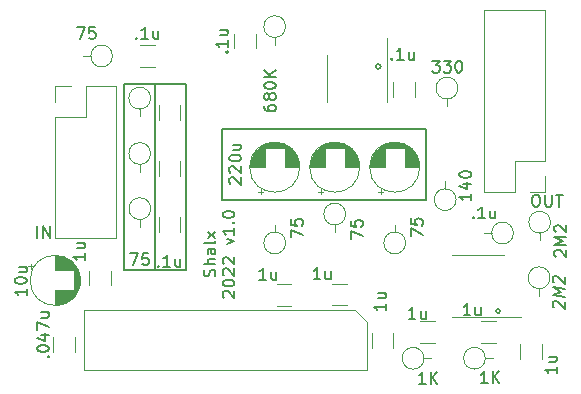
<source format=gbr>
%TF.GenerationSoftware,KiCad,Pcbnew,7.0.7*%
%TF.CreationDate,2024-03-26T11:27:05-06:00*%
%TF.ProjectId,rgb2comp,72676232-636f-46d7-902e-6b696361645f,1.0*%
%TF.SameCoordinates,Original*%
%TF.FileFunction,Legend,Top*%
%TF.FilePolarity,Positive*%
%FSLAX46Y46*%
G04 Gerber Fmt 4.6, Leading zero omitted, Abs format (unit mm)*
G04 Created by KiCad (PCBNEW 7.0.7) date 2024-03-26 11:27:05*
%MOMM*%
%LPD*%
G01*
G04 APERTURE LIST*
%ADD10C,0.150000*%
%ADD11C,0.120000*%
G04 APERTURE END LIST*
D10*
X135250000Y-98700000D02*
X135250000Y-82900000D01*
X164479605Y-102150000D02*
G75*
G03*
X164479605Y-102150000I-179605J0D01*
G01*
X132684000Y-82899500D02*
X137935000Y-82899500D01*
X137935000Y-98702500D01*
X132684000Y-98702500D01*
X132684000Y-82899500D01*
X154399998Y-81445500D02*
G75*
G03*
X154399998Y-81445500I-199998J0D01*
G01*
X140970000Y-86779500D02*
X158242000Y-86779500D01*
X158242000Y-92748500D01*
X140970000Y-92748500D01*
X140970000Y-86779500D01*
X124404819Y-100242857D02*
X124404819Y-100814285D01*
X124404819Y-100528571D02*
X123404819Y-100528571D01*
X123404819Y-100528571D02*
X123547676Y-100623809D01*
X123547676Y-100623809D02*
X123642914Y-100719047D01*
X123642914Y-100719047D02*
X123690533Y-100814285D01*
X123404819Y-99623809D02*
X123404819Y-99528571D01*
X123404819Y-99528571D02*
X123452438Y-99433333D01*
X123452438Y-99433333D02*
X123500057Y-99385714D01*
X123500057Y-99385714D02*
X123595295Y-99338095D01*
X123595295Y-99338095D02*
X123785771Y-99290476D01*
X123785771Y-99290476D02*
X124023866Y-99290476D01*
X124023866Y-99290476D02*
X124214342Y-99338095D01*
X124214342Y-99338095D02*
X124309580Y-99385714D01*
X124309580Y-99385714D02*
X124357200Y-99433333D01*
X124357200Y-99433333D02*
X124404819Y-99528571D01*
X124404819Y-99528571D02*
X124404819Y-99623809D01*
X124404819Y-99623809D02*
X124357200Y-99719047D01*
X124357200Y-99719047D02*
X124309580Y-99766666D01*
X124309580Y-99766666D02*
X124214342Y-99814285D01*
X124214342Y-99814285D02*
X124023866Y-99861904D01*
X124023866Y-99861904D02*
X123785771Y-99861904D01*
X123785771Y-99861904D02*
X123595295Y-99814285D01*
X123595295Y-99814285D02*
X123500057Y-99766666D01*
X123500057Y-99766666D02*
X123452438Y-99719047D01*
X123452438Y-99719047D02*
X123404819Y-99623809D01*
X123738152Y-98433333D02*
X124404819Y-98433333D01*
X123738152Y-98861904D02*
X124261961Y-98861904D01*
X124261961Y-98861904D02*
X124357200Y-98814285D01*
X124357200Y-98814285D02*
X124404819Y-98719047D01*
X124404819Y-98719047D02*
X124404819Y-98576190D01*
X124404819Y-98576190D02*
X124357200Y-98480952D01*
X124357200Y-98480952D02*
X124309580Y-98433333D01*
X141663057Y-91390975D02*
X141615438Y-91343356D01*
X141615438Y-91343356D02*
X141567819Y-91248118D01*
X141567819Y-91248118D02*
X141567819Y-91010023D01*
X141567819Y-91010023D02*
X141615438Y-90914785D01*
X141615438Y-90914785D02*
X141663057Y-90867166D01*
X141663057Y-90867166D02*
X141758295Y-90819547D01*
X141758295Y-90819547D02*
X141853533Y-90819547D01*
X141853533Y-90819547D02*
X141996390Y-90867166D01*
X141996390Y-90867166D02*
X142567819Y-91438594D01*
X142567819Y-91438594D02*
X142567819Y-90819547D01*
X141663057Y-90438594D02*
X141615438Y-90390975D01*
X141615438Y-90390975D02*
X141567819Y-90295737D01*
X141567819Y-90295737D02*
X141567819Y-90057642D01*
X141567819Y-90057642D02*
X141615438Y-89962404D01*
X141615438Y-89962404D02*
X141663057Y-89914785D01*
X141663057Y-89914785D02*
X141758295Y-89867166D01*
X141758295Y-89867166D02*
X141853533Y-89867166D01*
X141853533Y-89867166D02*
X141996390Y-89914785D01*
X141996390Y-89914785D02*
X142567819Y-90486213D01*
X142567819Y-90486213D02*
X142567819Y-89867166D01*
X141567819Y-89248118D02*
X141567819Y-89152880D01*
X141567819Y-89152880D02*
X141615438Y-89057642D01*
X141615438Y-89057642D02*
X141663057Y-89010023D01*
X141663057Y-89010023D02*
X141758295Y-88962404D01*
X141758295Y-88962404D02*
X141948771Y-88914785D01*
X141948771Y-88914785D02*
X142186866Y-88914785D01*
X142186866Y-88914785D02*
X142377342Y-88962404D01*
X142377342Y-88962404D02*
X142472580Y-89010023D01*
X142472580Y-89010023D02*
X142520200Y-89057642D01*
X142520200Y-89057642D02*
X142567819Y-89152880D01*
X142567819Y-89152880D02*
X142567819Y-89248118D01*
X142567819Y-89248118D02*
X142520200Y-89343356D01*
X142520200Y-89343356D02*
X142472580Y-89390975D01*
X142472580Y-89390975D02*
X142377342Y-89438594D01*
X142377342Y-89438594D02*
X142186866Y-89486213D01*
X142186866Y-89486213D02*
X141948771Y-89486213D01*
X141948771Y-89486213D02*
X141758295Y-89438594D01*
X141758295Y-89438594D02*
X141663057Y-89390975D01*
X141663057Y-89390975D02*
X141615438Y-89343356D01*
X141615438Y-89343356D02*
X141567819Y-89248118D01*
X141901152Y-88057642D02*
X142567819Y-88057642D01*
X141901152Y-88486213D02*
X142424961Y-88486213D01*
X142424961Y-88486213D02*
X142520200Y-88438594D01*
X142520200Y-88438594D02*
X142567819Y-88343356D01*
X142567819Y-88343356D02*
X142567819Y-88200499D01*
X142567819Y-88200499D02*
X142520200Y-88105261D01*
X142520200Y-88105261D02*
X142472580Y-88057642D01*
X133190476Y-97254819D02*
X133857142Y-97254819D01*
X133857142Y-97254819D02*
X133428571Y-98254819D01*
X134714285Y-97254819D02*
X134238095Y-97254819D01*
X134238095Y-97254819D02*
X134190476Y-97731009D01*
X134190476Y-97731009D02*
X134238095Y-97683390D01*
X134238095Y-97683390D02*
X134333333Y-97635771D01*
X134333333Y-97635771D02*
X134571428Y-97635771D01*
X134571428Y-97635771D02*
X134666666Y-97683390D01*
X134666666Y-97683390D02*
X134714285Y-97731009D01*
X134714285Y-97731009D02*
X134761904Y-97826247D01*
X134761904Y-97826247D02*
X134761904Y-98064342D01*
X134761904Y-98064342D02*
X134714285Y-98159580D01*
X134714285Y-98159580D02*
X134666666Y-98207200D01*
X134666666Y-98207200D02*
X134571428Y-98254819D01*
X134571428Y-98254819D02*
X134333333Y-98254819D01*
X134333333Y-98254819D02*
X134238095Y-98207200D01*
X134238095Y-98207200D02*
X134190476Y-98159580D01*
X167450000Y-92304819D02*
X167640476Y-92304819D01*
X167640476Y-92304819D02*
X167735714Y-92352438D01*
X167735714Y-92352438D02*
X167830952Y-92447676D01*
X167830952Y-92447676D02*
X167878571Y-92638152D01*
X167878571Y-92638152D02*
X167878571Y-92971485D01*
X167878571Y-92971485D02*
X167830952Y-93161961D01*
X167830952Y-93161961D02*
X167735714Y-93257200D01*
X167735714Y-93257200D02*
X167640476Y-93304819D01*
X167640476Y-93304819D02*
X167450000Y-93304819D01*
X167450000Y-93304819D02*
X167354762Y-93257200D01*
X167354762Y-93257200D02*
X167259524Y-93161961D01*
X167259524Y-93161961D02*
X167211905Y-92971485D01*
X167211905Y-92971485D02*
X167211905Y-92638152D01*
X167211905Y-92638152D02*
X167259524Y-92447676D01*
X167259524Y-92447676D02*
X167354762Y-92352438D01*
X167354762Y-92352438D02*
X167450000Y-92304819D01*
X168307143Y-92304819D02*
X168307143Y-93114342D01*
X168307143Y-93114342D02*
X168354762Y-93209580D01*
X168354762Y-93209580D02*
X168402381Y-93257200D01*
X168402381Y-93257200D02*
X168497619Y-93304819D01*
X168497619Y-93304819D02*
X168688095Y-93304819D01*
X168688095Y-93304819D02*
X168783333Y-93257200D01*
X168783333Y-93257200D02*
X168830952Y-93209580D01*
X168830952Y-93209580D02*
X168878571Y-93114342D01*
X168878571Y-93114342D02*
X168878571Y-92304819D01*
X169211905Y-92304819D02*
X169783333Y-92304819D01*
X169497619Y-93304819D02*
X169497619Y-92304819D01*
X140352200Y-99207142D02*
X140399819Y-99064285D01*
X140399819Y-99064285D02*
X140399819Y-98826190D01*
X140399819Y-98826190D02*
X140352200Y-98730952D01*
X140352200Y-98730952D02*
X140304580Y-98683333D01*
X140304580Y-98683333D02*
X140209342Y-98635714D01*
X140209342Y-98635714D02*
X140114104Y-98635714D01*
X140114104Y-98635714D02*
X140018866Y-98683333D01*
X140018866Y-98683333D02*
X139971247Y-98730952D01*
X139971247Y-98730952D02*
X139923628Y-98826190D01*
X139923628Y-98826190D02*
X139876009Y-99016666D01*
X139876009Y-99016666D02*
X139828390Y-99111904D01*
X139828390Y-99111904D02*
X139780771Y-99159523D01*
X139780771Y-99159523D02*
X139685533Y-99207142D01*
X139685533Y-99207142D02*
X139590295Y-99207142D01*
X139590295Y-99207142D02*
X139495057Y-99159523D01*
X139495057Y-99159523D02*
X139447438Y-99111904D01*
X139447438Y-99111904D02*
X139399819Y-99016666D01*
X139399819Y-99016666D02*
X139399819Y-98778571D01*
X139399819Y-98778571D02*
X139447438Y-98635714D01*
X140399819Y-98207142D02*
X139399819Y-98207142D01*
X140399819Y-97778571D02*
X139876009Y-97778571D01*
X139876009Y-97778571D02*
X139780771Y-97826190D01*
X139780771Y-97826190D02*
X139733152Y-97921428D01*
X139733152Y-97921428D02*
X139733152Y-98064285D01*
X139733152Y-98064285D02*
X139780771Y-98159523D01*
X139780771Y-98159523D02*
X139828390Y-98207142D01*
X140399819Y-96873809D02*
X139876009Y-96873809D01*
X139876009Y-96873809D02*
X139780771Y-96921428D01*
X139780771Y-96921428D02*
X139733152Y-97016666D01*
X139733152Y-97016666D02*
X139733152Y-97207142D01*
X139733152Y-97207142D02*
X139780771Y-97302380D01*
X140352200Y-96873809D02*
X140399819Y-96969047D01*
X140399819Y-96969047D02*
X140399819Y-97207142D01*
X140399819Y-97207142D02*
X140352200Y-97302380D01*
X140352200Y-97302380D02*
X140256961Y-97349999D01*
X140256961Y-97349999D02*
X140161723Y-97349999D01*
X140161723Y-97349999D02*
X140066485Y-97302380D01*
X140066485Y-97302380D02*
X140018866Y-97207142D01*
X140018866Y-97207142D02*
X140018866Y-96969047D01*
X140018866Y-96969047D02*
X139971247Y-96873809D01*
X140399819Y-96254761D02*
X140352200Y-96349999D01*
X140352200Y-96349999D02*
X140256961Y-96397618D01*
X140256961Y-96397618D02*
X139399819Y-96397618D01*
X140399819Y-95969046D02*
X139733152Y-95445237D01*
X139733152Y-95969046D02*
X140399819Y-95445237D01*
X141105057Y-101016666D02*
X141057438Y-100969047D01*
X141057438Y-100969047D02*
X141009819Y-100873809D01*
X141009819Y-100873809D02*
X141009819Y-100635714D01*
X141009819Y-100635714D02*
X141057438Y-100540476D01*
X141057438Y-100540476D02*
X141105057Y-100492857D01*
X141105057Y-100492857D02*
X141200295Y-100445238D01*
X141200295Y-100445238D02*
X141295533Y-100445238D01*
X141295533Y-100445238D02*
X141438390Y-100492857D01*
X141438390Y-100492857D02*
X142009819Y-101064285D01*
X142009819Y-101064285D02*
X142009819Y-100445238D01*
X141009819Y-99826190D02*
X141009819Y-99730952D01*
X141009819Y-99730952D02*
X141057438Y-99635714D01*
X141057438Y-99635714D02*
X141105057Y-99588095D01*
X141105057Y-99588095D02*
X141200295Y-99540476D01*
X141200295Y-99540476D02*
X141390771Y-99492857D01*
X141390771Y-99492857D02*
X141628866Y-99492857D01*
X141628866Y-99492857D02*
X141819342Y-99540476D01*
X141819342Y-99540476D02*
X141914580Y-99588095D01*
X141914580Y-99588095D02*
X141962200Y-99635714D01*
X141962200Y-99635714D02*
X142009819Y-99730952D01*
X142009819Y-99730952D02*
X142009819Y-99826190D01*
X142009819Y-99826190D02*
X141962200Y-99921428D01*
X141962200Y-99921428D02*
X141914580Y-99969047D01*
X141914580Y-99969047D02*
X141819342Y-100016666D01*
X141819342Y-100016666D02*
X141628866Y-100064285D01*
X141628866Y-100064285D02*
X141390771Y-100064285D01*
X141390771Y-100064285D02*
X141200295Y-100016666D01*
X141200295Y-100016666D02*
X141105057Y-99969047D01*
X141105057Y-99969047D02*
X141057438Y-99921428D01*
X141057438Y-99921428D02*
X141009819Y-99826190D01*
X141105057Y-99111904D02*
X141057438Y-99064285D01*
X141057438Y-99064285D02*
X141009819Y-98969047D01*
X141009819Y-98969047D02*
X141009819Y-98730952D01*
X141009819Y-98730952D02*
X141057438Y-98635714D01*
X141057438Y-98635714D02*
X141105057Y-98588095D01*
X141105057Y-98588095D02*
X141200295Y-98540476D01*
X141200295Y-98540476D02*
X141295533Y-98540476D01*
X141295533Y-98540476D02*
X141438390Y-98588095D01*
X141438390Y-98588095D02*
X142009819Y-99159523D01*
X142009819Y-99159523D02*
X142009819Y-98540476D01*
X141105057Y-98159523D02*
X141057438Y-98111904D01*
X141057438Y-98111904D02*
X141009819Y-98016666D01*
X141009819Y-98016666D02*
X141009819Y-97778571D01*
X141009819Y-97778571D02*
X141057438Y-97683333D01*
X141057438Y-97683333D02*
X141105057Y-97635714D01*
X141105057Y-97635714D02*
X141200295Y-97588095D01*
X141200295Y-97588095D02*
X141295533Y-97588095D01*
X141295533Y-97588095D02*
X141438390Y-97635714D01*
X141438390Y-97635714D02*
X142009819Y-98207142D01*
X142009819Y-98207142D02*
X142009819Y-97588095D01*
X141343152Y-96492856D02*
X142009819Y-96254761D01*
X142009819Y-96254761D02*
X141343152Y-96016666D01*
X142009819Y-95111904D02*
X142009819Y-95683332D01*
X142009819Y-95397618D02*
X141009819Y-95397618D01*
X141009819Y-95397618D02*
X141152676Y-95492856D01*
X141152676Y-95492856D02*
X141247914Y-95588094D01*
X141247914Y-95588094D02*
X141295533Y-95683332D01*
X141914580Y-94683332D02*
X141962200Y-94635713D01*
X141962200Y-94635713D02*
X142009819Y-94683332D01*
X142009819Y-94683332D02*
X141962200Y-94730951D01*
X141962200Y-94730951D02*
X141914580Y-94683332D01*
X141914580Y-94683332D02*
X142009819Y-94683332D01*
X141009819Y-94016666D02*
X141009819Y-93921428D01*
X141009819Y-93921428D02*
X141057438Y-93826190D01*
X141057438Y-93826190D02*
X141105057Y-93778571D01*
X141105057Y-93778571D02*
X141200295Y-93730952D01*
X141200295Y-93730952D02*
X141390771Y-93683333D01*
X141390771Y-93683333D02*
X141628866Y-93683333D01*
X141628866Y-93683333D02*
X141819342Y-93730952D01*
X141819342Y-93730952D02*
X141914580Y-93778571D01*
X141914580Y-93778571D02*
X141962200Y-93826190D01*
X141962200Y-93826190D02*
X142009819Y-93921428D01*
X142009819Y-93921428D02*
X142009819Y-94016666D01*
X142009819Y-94016666D02*
X141962200Y-94111904D01*
X141962200Y-94111904D02*
X141914580Y-94159523D01*
X141914580Y-94159523D02*
X141819342Y-94207142D01*
X141819342Y-94207142D02*
X141628866Y-94254761D01*
X141628866Y-94254761D02*
X141390771Y-94254761D01*
X141390771Y-94254761D02*
X141200295Y-94207142D01*
X141200295Y-94207142D02*
X141105057Y-94159523D01*
X141105057Y-94159523D02*
X141057438Y-94111904D01*
X141057438Y-94111904D02*
X141009819Y-94016666D01*
X155321429Y-80759580D02*
X155369048Y-80807200D01*
X155369048Y-80807200D02*
X155321429Y-80854819D01*
X155321429Y-80854819D02*
X155273810Y-80807200D01*
X155273810Y-80807200D02*
X155321429Y-80759580D01*
X155321429Y-80759580D02*
X155321429Y-80854819D01*
X156321428Y-80854819D02*
X155750000Y-80854819D01*
X156035714Y-80854819D02*
X156035714Y-79854819D01*
X156035714Y-79854819D02*
X155940476Y-79997676D01*
X155940476Y-79997676D02*
X155845238Y-80092914D01*
X155845238Y-80092914D02*
X155750000Y-80140533D01*
X157178571Y-80188152D02*
X157178571Y-80854819D01*
X156750000Y-80188152D02*
X156750000Y-80711961D01*
X156750000Y-80711961D02*
X156797619Y-80807200D01*
X156797619Y-80807200D02*
X156892857Y-80854819D01*
X156892857Y-80854819D02*
X157035714Y-80854819D01*
X157035714Y-80854819D02*
X157130952Y-80807200D01*
X157130952Y-80807200D02*
X157178571Y-80759580D01*
X128680476Y-78091319D02*
X129347142Y-78091319D01*
X129347142Y-78091319D02*
X128918571Y-79091319D01*
X130204285Y-78091319D02*
X129728095Y-78091319D01*
X129728095Y-78091319D02*
X129680476Y-78567509D01*
X129680476Y-78567509D02*
X129728095Y-78519890D01*
X129728095Y-78519890D02*
X129823333Y-78472271D01*
X129823333Y-78472271D02*
X130061428Y-78472271D01*
X130061428Y-78472271D02*
X130156666Y-78519890D01*
X130156666Y-78519890D02*
X130204285Y-78567509D01*
X130204285Y-78567509D02*
X130251904Y-78662747D01*
X130251904Y-78662747D02*
X130251904Y-78900842D01*
X130251904Y-78900842D02*
X130204285Y-78996080D01*
X130204285Y-78996080D02*
X130156666Y-79043700D01*
X130156666Y-79043700D02*
X130061428Y-79091319D01*
X130061428Y-79091319D02*
X129823333Y-79091319D01*
X129823333Y-79091319D02*
X129728095Y-79043700D01*
X129728095Y-79043700D02*
X129680476Y-78996080D01*
X156949819Y-95801976D02*
X156949819Y-95135309D01*
X156949819Y-95135309D02*
X157949819Y-95688881D01*
X156949819Y-94278166D02*
X156949819Y-94754357D01*
X156949819Y-94754357D02*
X157426009Y-94861500D01*
X157426009Y-94861500D02*
X157378390Y-94807928D01*
X157378390Y-94807928D02*
X157330771Y-94706738D01*
X157330771Y-94706738D02*
X157330771Y-94468642D01*
X157330771Y-94468642D02*
X157378390Y-94379357D01*
X157378390Y-94379357D02*
X157426009Y-94337690D01*
X157426009Y-94337690D02*
X157521247Y-94301976D01*
X157521247Y-94301976D02*
X157759342Y-94331738D01*
X157759342Y-94331738D02*
X157854580Y-94391261D01*
X157854580Y-94391261D02*
X157902200Y-94444833D01*
X157902200Y-94444833D02*
X157949819Y-94546023D01*
X157949819Y-94546023D02*
X157949819Y-94784119D01*
X157949819Y-94784119D02*
X157902200Y-94873404D01*
X157902200Y-94873404D02*
X157854580Y-94915071D01*
X158764286Y-80954819D02*
X159383333Y-80954819D01*
X159383333Y-80954819D02*
X159050000Y-81335771D01*
X159050000Y-81335771D02*
X159192857Y-81335771D01*
X159192857Y-81335771D02*
X159288095Y-81383390D01*
X159288095Y-81383390D02*
X159335714Y-81431009D01*
X159335714Y-81431009D02*
X159383333Y-81526247D01*
X159383333Y-81526247D02*
X159383333Y-81764342D01*
X159383333Y-81764342D02*
X159335714Y-81859580D01*
X159335714Y-81859580D02*
X159288095Y-81907200D01*
X159288095Y-81907200D02*
X159192857Y-81954819D01*
X159192857Y-81954819D02*
X158907143Y-81954819D01*
X158907143Y-81954819D02*
X158811905Y-81907200D01*
X158811905Y-81907200D02*
X158764286Y-81859580D01*
X159716667Y-80954819D02*
X160335714Y-80954819D01*
X160335714Y-80954819D02*
X160002381Y-81335771D01*
X160002381Y-81335771D02*
X160145238Y-81335771D01*
X160145238Y-81335771D02*
X160240476Y-81383390D01*
X160240476Y-81383390D02*
X160288095Y-81431009D01*
X160288095Y-81431009D02*
X160335714Y-81526247D01*
X160335714Y-81526247D02*
X160335714Y-81764342D01*
X160335714Y-81764342D02*
X160288095Y-81859580D01*
X160288095Y-81859580D02*
X160240476Y-81907200D01*
X160240476Y-81907200D02*
X160145238Y-81954819D01*
X160145238Y-81954819D02*
X159859524Y-81954819D01*
X159859524Y-81954819D02*
X159764286Y-81907200D01*
X159764286Y-81907200D02*
X159716667Y-81859580D01*
X160954762Y-80954819D02*
X161050000Y-80954819D01*
X161050000Y-80954819D02*
X161145238Y-81002438D01*
X161145238Y-81002438D02*
X161192857Y-81050057D01*
X161192857Y-81050057D02*
X161240476Y-81145295D01*
X161240476Y-81145295D02*
X161288095Y-81335771D01*
X161288095Y-81335771D02*
X161288095Y-81573866D01*
X161288095Y-81573866D02*
X161240476Y-81764342D01*
X161240476Y-81764342D02*
X161192857Y-81859580D01*
X161192857Y-81859580D02*
X161145238Y-81907200D01*
X161145238Y-81907200D02*
X161050000Y-81954819D01*
X161050000Y-81954819D02*
X160954762Y-81954819D01*
X160954762Y-81954819D02*
X160859524Y-81907200D01*
X160859524Y-81907200D02*
X160811905Y-81859580D01*
X160811905Y-81859580D02*
X160764286Y-81764342D01*
X160764286Y-81764342D02*
X160716667Y-81573866D01*
X160716667Y-81573866D02*
X160716667Y-81335771D01*
X160716667Y-81335771D02*
X160764286Y-81145295D01*
X160764286Y-81145295D02*
X160811905Y-81050057D01*
X160811905Y-81050057D02*
X160859524Y-81002438D01*
X160859524Y-81002438D02*
X160954762Y-80954819D01*
X163435714Y-108254819D02*
X162864286Y-108254819D01*
X163150000Y-108254819D02*
X163150000Y-107254819D01*
X163150000Y-107254819D02*
X163054762Y-107397676D01*
X163054762Y-107397676D02*
X162959524Y-107492914D01*
X162959524Y-107492914D02*
X162864286Y-107540533D01*
X163864286Y-108254819D02*
X163864286Y-107254819D01*
X164435714Y-108254819D02*
X164007143Y-107683390D01*
X164435714Y-107254819D02*
X163864286Y-107826247D01*
X169050057Y-101826189D02*
X169002438Y-101772618D01*
X169002438Y-101772618D02*
X168954819Y-101671428D01*
X168954819Y-101671428D02*
X168954819Y-101433332D01*
X168954819Y-101433332D02*
X169002438Y-101344047D01*
X169002438Y-101344047D02*
X169050057Y-101302380D01*
X169050057Y-101302380D02*
X169145295Y-101266666D01*
X169145295Y-101266666D02*
X169240533Y-101278570D01*
X169240533Y-101278570D02*
X169383390Y-101344047D01*
X169383390Y-101344047D02*
X169954819Y-101986904D01*
X169954819Y-101986904D02*
X169954819Y-101367856D01*
X169954819Y-100939285D02*
X168954819Y-100814285D01*
X168954819Y-100814285D02*
X169669104Y-100570237D01*
X169669104Y-100570237D02*
X168954819Y-100147618D01*
X168954819Y-100147618D02*
X169954819Y-100272618D01*
X169050057Y-99730951D02*
X169002438Y-99677380D01*
X169002438Y-99677380D02*
X168954819Y-99576190D01*
X168954819Y-99576190D02*
X168954819Y-99338094D01*
X168954819Y-99338094D02*
X169002438Y-99248809D01*
X169002438Y-99248809D02*
X169050057Y-99207142D01*
X169050057Y-99207142D02*
X169145295Y-99171428D01*
X169145295Y-99171428D02*
X169240533Y-99183332D01*
X169240533Y-99183332D02*
X169383390Y-99248809D01*
X169383390Y-99248809D02*
X169954819Y-99891666D01*
X169954819Y-99891666D02*
X169954819Y-99272618D01*
X162221429Y-94209580D02*
X162269048Y-94257200D01*
X162269048Y-94257200D02*
X162221429Y-94304819D01*
X162221429Y-94304819D02*
X162173810Y-94257200D01*
X162173810Y-94257200D02*
X162221429Y-94209580D01*
X162221429Y-94209580D02*
X162221429Y-94304819D01*
X163221428Y-94304819D02*
X162650000Y-94304819D01*
X162935714Y-94304819D02*
X162935714Y-93304819D01*
X162935714Y-93304819D02*
X162840476Y-93447676D01*
X162840476Y-93447676D02*
X162745238Y-93542914D01*
X162745238Y-93542914D02*
X162650000Y-93590533D01*
X164078571Y-93638152D02*
X164078571Y-94304819D01*
X163650000Y-93638152D02*
X163650000Y-94161961D01*
X163650000Y-94161961D02*
X163697619Y-94257200D01*
X163697619Y-94257200D02*
X163792857Y-94304819D01*
X163792857Y-94304819D02*
X163935714Y-94304819D01*
X163935714Y-94304819D02*
X164030952Y-94257200D01*
X164030952Y-94257200D02*
X164078571Y-94209580D01*
X158185714Y-108304819D02*
X157614286Y-108304819D01*
X157900000Y-108304819D02*
X157900000Y-107304819D01*
X157900000Y-107304819D02*
X157804762Y-107447676D01*
X157804762Y-107447676D02*
X157709524Y-107542914D01*
X157709524Y-107542914D02*
X157614286Y-107590533D01*
X158614286Y-108304819D02*
X158614286Y-107304819D01*
X159185714Y-108304819D02*
X158757143Y-107733390D01*
X159185714Y-107304819D02*
X158614286Y-107876247D01*
X135571429Y-98309580D02*
X135619048Y-98357200D01*
X135619048Y-98357200D02*
X135571429Y-98404819D01*
X135571429Y-98404819D02*
X135523810Y-98357200D01*
X135523810Y-98357200D02*
X135571429Y-98309580D01*
X135571429Y-98309580D02*
X135571429Y-98404819D01*
X136571428Y-98404819D02*
X136000000Y-98404819D01*
X136285714Y-98404819D02*
X136285714Y-97404819D01*
X136285714Y-97404819D02*
X136190476Y-97547676D01*
X136190476Y-97547676D02*
X136095238Y-97642914D01*
X136095238Y-97642914D02*
X136000000Y-97690533D01*
X137428571Y-97738152D02*
X137428571Y-98404819D01*
X137000000Y-97738152D02*
X137000000Y-98261961D01*
X137000000Y-98261961D02*
X137047619Y-98357200D01*
X137047619Y-98357200D02*
X137142857Y-98404819D01*
X137142857Y-98404819D02*
X137285714Y-98404819D01*
X137285714Y-98404819D02*
X137380952Y-98357200D01*
X137380952Y-98357200D02*
X137428571Y-98309580D01*
X146789819Y-95921023D02*
X146789819Y-95254357D01*
X146789819Y-95254357D02*
X147789819Y-95682928D01*
X146789819Y-94397214D02*
X146789819Y-94873404D01*
X146789819Y-94873404D02*
X147266009Y-94921023D01*
X147266009Y-94921023D02*
X147218390Y-94873404D01*
X147218390Y-94873404D02*
X147170771Y-94778166D01*
X147170771Y-94778166D02*
X147170771Y-94540071D01*
X147170771Y-94540071D02*
X147218390Y-94444833D01*
X147218390Y-94444833D02*
X147266009Y-94397214D01*
X147266009Y-94397214D02*
X147361247Y-94349595D01*
X147361247Y-94349595D02*
X147599342Y-94349595D01*
X147599342Y-94349595D02*
X147694580Y-94397214D01*
X147694580Y-94397214D02*
X147742200Y-94444833D01*
X147742200Y-94444833D02*
X147789819Y-94540071D01*
X147789819Y-94540071D02*
X147789819Y-94778166D01*
X147789819Y-94778166D02*
X147742200Y-94873404D01*
X147742200Y-94873404D02*
X147694580Y-94921023D01*
X133691429Y-79011080D02*
X133739048Y-79058700D01*
X133739048Y-79058700D02*
X133691429Y-79106319D01*
X133691429Y-79106319D02*
X133643810Y-79058700D01*
X133643810Y-79058700D02*
X133691429Y-79011080D01*
X133691429Y-79011080D02*
X133691429Y-79106319D01*
X134691428Y-79106319D02*
X134120000Y-79106319D01*
X134405714Y-79106319D02*
X134405714Y-78106319D01*
X134405714Y-78106319D02*
X134310476Y-78249176D01*
X134310476Y-78249176D02*
X134215238Y-78344414D01*
X134215238Y-78344414D02*
X134120000Y-78392033D01*
X135548571Y-78439652D02*
X135548571Y-79106319D01*
X135120000Y-78439652D02*
X135120000Y-78963461D01*
X135120000Y-78963461D02*
X135167619Y-79058700D01*
X135167619Y-79058700D02*
X135262857Y-79106319D01*
X135262857Y-79106319D02*
X135405714Y-79106319D01*
X135405714Y-79106319D02*
X135500952Y-79058700D01*
X135500952Y-79058700D02*
X135548571Y-79011080D01*
X149283333Y-99454819D02*
X148711905Y-99454819D01*
X148997619Y-99454819D02*
X148997619Y-98454819D01*
X148997619Y-98454819D02*
X148902381Y-98597676D01*
X148902381Y-98597676D02*
X148807143Y-98692914D01*
X148807143Y-98692914D02*
X148711905Y-98740533D01*
X150140476Y-98788152D02*
X150140476Y-99454819D01*
X149711905Y-98788152D02*
X149711905Y-99311961D01*
X149711905Y-99311961D02*
X149759524Y-99407200D01*
X149759524Y-99407200D02*
X149854762Y-99454819D01*
X149854762Y-99454819D02*
X149997619Y-99454819D01*
X149997619Y-99454819D02*
X150092857Y-99407200D01*
X150092857Y-99407200D02*
X150140476Y-99359580D01*
X126209580Y-106030951D02*
X126257200Y-105983332D01*
X126257200Y-105983332D02*
X126304819Y-106030951D01*
X126304819Y-106030951D02*
X126257200Y-106078570D01*
X126257200Y-106078570D02*
X126209580Y-106030951D01*
X126209580Y-106030951D02*
X126304819Y-106030951D01*
X125304819Y-105364285D02*
X125304819Y-105269047D01*
X125304819Y-105269047D02*
X125352438Y-105173809D01*
X125352438Y-105173809D02*
X125400057Y-105126190D01*
X125400057Y-105126190D02*
X125495295Y-105078571D01*
X125495295Y-105078571D02*
X125685771Y-105030952D01*
X125685771Y-105030952D02*
X125923866Y-105030952D01*
X125923866Y-105030952D02*
X126114342Y-105078571D01*
X126114342Y-105078571D02*
X126209580Y-105126190D01*
X126209580Y-105126190D02*
X126257200Y-105173809D01*
X126257200Y-105173809D02*
X126304819Y-105269047D01*
X126304819Y-105269047D02*
X126304819Y-105364285D01*
X126304819Y-105364285D02*
X126257200Y-105459523D01*
X126257200Y-105459523D02*
X126209580Y-105507142D01*
X126209580Y-105507142D02*
X126114342Y-105554761D01*
X126114342Y-105554761D02*
X125923866Y-105602380D01*
X125923866Y-105602380D02*
X125685771Y-105602380D01*
X125685771Y-105602380D02*
X125495295Y-105554761D01*
X125495295Y-105554761D02*
X125400057Y-105507142D01*
X125400057Y-105507142D02*
X125352438Y-105459523D01*
X125352438Y-105459523D02*
X125304819Y-105364285D01*
X125638152Y-104173809D02*
X126304819Y-104173809D01*
X125257200Y-104411904D02*
X125971485Y-104649999D01*
X125971485Y-104649999D02*
X125971485Y-104030952D01*
X125304819Y-103745237D02*
X125304819Y-103078571D01*
X125304819Y-103078571D02*
X126304819Y-103507142D01*
X125638152Y-102269047D02*
X126304819Y-102269047D01*
X125638152Y-102697618D02*
X126161961Y-102697618D01*
X126161961Y-102697618D02*
X126257200Y-102649999D01*
X126257200Y-102649999D02*
X126304819Y-102554761D01*
X126304819Y-102554761D02*
X126304819Y-102411904D01*
X126304819Y-102411904D02*
X126257200Y-102316666D01*
X126257200Y-102316666D02*
X126209580Y-102269047D01*
X157333333Y-102804819D02*
X156761905Y-102804819D01*
X157047619Y-102804819D02*
X157047619Y-101804819D01*
X157047619Y-101804819D02*
X156952381Y-101947676D01*
X156952381Y-101947676D02*
X156857143Y-102042914D01*
X156857143Y-102042914D02*
X156761905Y-102090533D01*
X158190476Y-102138152D02*
X158190476Y-102804819D01*
X157761905Y-102138152D02*
X157761905Y-102661961D01*
X157761905Y-102661961D02*
X157809524Y-102757200D01*
X157809524Y-102757200D02*
X157904762Y-102804819D01*
X157904762Y-102804819D02*
X158047619Y-102804819D01*
X158047619Y-102804819D02*
X158142857Y-102757200D01*
X158142857Y-102757200D02*
X158190476Y-102709580D01*
X154804819Y-101516666D02*
X154804819Y-102088094D01*
X154804819Y-101802380D02*
X153804819Y-101802380D01*
X153804819Y-101802380D02*
X153947676Y-101897618D01*
X153947676Y-101897618D02*
X154042914Y-101992856D01*
X154042914Y-101992856D02*
X154090533Y-102088094D01*
X154138152Y-100659523D02*
X154804819Y-100659523D01*
X154138152Y-101088094D02*
X154661961Y-101088094D01*
X154661961Y-101088094D02*
X154757200Y-101040475D01*
X154757200Y-101040475D02*
X154804819Y-100945237D01*
X154804819Y-100945237D02*
X154804819Y-100802380D01*
X154804819Y-100802380D02*
X154757200Y-100707142D01*
X154757200Y-100707142D02*
X154709580Y-100659523D01*
X141329580Y-80215070D02*
X141377200Y-80167451D01*
X141377200Y-80167451D02*
X141424819Y-80215070D01*
X141424819Y-80215070D02*
X141377200Y-80262689D01*
X141377200Y-80262689D02*
X141329580Y-80215070D01*
X141329580Y-80215070D02*
X141424819Y-80215070D01*
X141424819Y-79215071D02*
X141424819Y-79786499D01*
X141424819Y-79500785D02*
X140424819Y-79500785D01*
X140424819Y-79500785D02*
X140567676Y-79596023D01*
X140567676Y-79596023D02*
X140662914Y-79691261D01*
X140662914Y-79691261D02*
X140710533Y-79786499D01*
X140758152Y-78357928D02*
X141424819Y-78357928D01*
X140758152Y-78786499D02*
X141281961Y-78786499D01*
X141281961Y-78786499D02*
X141377200Y-78738880D01*
X141377200Y-78738880D02*
X141424819Y-78643642D01*
X141424819Y-78643642D02*
X141424819Y-78500785D01*
X141424819Y-78500785D02*
X141377200Y-78405547D01*
X141377200Y-78405547D02*
X141329580Y-78357928D01*
X125326191Y-95954819D02*
X125326191Y-94954819D01*
X125802381Y-95954819D02*
X125802381Y-94954819D01*
X125802381Y-94954819D02*
X126373809Y-95954819D01*
X126373809Y-95954819D02*
X126373809Y-94954819D01*
X151854819Y-96021023D02*
X151854819Y-95354357D01*
X151854819Y-95354357D02*
X152854819Y-95782928D01*
X151854819Y-94497214D02*
X151854819Y-94973404D01*
X151854819Y-94973404D02*
X152331009Y-95021023D01*
X152331009Y-95021023D02*
X152283390Y-94973404D01*
X152283390Y-94973404D02*
X152235771Y-94878166D01*
X152235771Y-94878166D02*
X152235771Y-94640071D01*
X152235771Y-94640071D02*
X152283390Y-94544833D01*
X152283390Y-94544833D02*
X152331009Y-94497214D01*
X152331009Y-94497214D02*
X152426247Y-94449595D01*
X152426247Y-94449595D02*
X152664342Y-94449595D01*
X152664342Y-94449595D02*
X152759580Y-94497214D01*
X152759580Y-94497214D02*
X152807200Y-94544833D01*
X152807200Y-94544833D02*
X152854819Y-94640071D01*
X152854819Y-94640071D02*
X152854819Y-94878166D01*
X152854819Y-94878166D02*
X152807200Y-94973404D01*
X152807200Y-94973404D02*
X152759580Y-95021023D01*
X144504819Y-84761904D02*
X144504819Y-84952380D01*
X144504819Y-84952380D02*
X144552438Y-85047618D01*
X144552438Y-85047618D02*
X144600057Y-85095237D01*
X144600057Y-85095237D02*
X144742914Y-85190475D01*
X144742914Y-85190475D02*
X144933390Y-85238094D01*
X144933390Y-85238094D02*
X145314342Y-85238094D01*
X145314342Y-85238094D02*
X145409580Y-85190475D01*
X145409580Y-85190475D02*
X145457200Y-85142856D01*
X145457200Y-85142856D02*
X145504819Y-85047618D01*
X145504819Y-85047618D02*
X145504819Y-84857142D01*
X145504819Y-84857142D02*
X145457200Y-84761904D01*
X145457200Y-84761904D02*
X145409580Y-84714285D01*
X145409580Y-84714285D02*
X145314342Y-84666666D01*
X145314342Y-84666666D02*
X145076247Y-84666666D01*
X145076247Y-84666666D02*
X144981009Y-84714285D01*
X144981009Y-84714285D02*
X144933390Y-84761904D01*
X144933390Y-84761904D02*
X144885771Y-84857142D01*
X144885771Y-84857142D02*
X144885771Y-85047618D01*
X144885771Y-85047618D02*
X144933390Y-85142856D01*
X144933390Y-85142856D02*
X144981009Y-85190475D01*
X144981009Y-85190475D02*
X145076247Y-85238094D01*
X144933390Y-84095237D02*
X144885771Y-84190475D01*
X144885771Y-84190475D02*
X144838152Y-84238094D01*
X144838152Y-84238094D02*
X144742914Y-84285713D01*
X144742914Y-84285713D02*
X144695295Y-84285713D01*
X144695295Y-84285713D02*
X144600057Y-84238094D01*
X144600057Y-84238094D02*
X144552438Y-84190475D01*
X144552438Y-84190475D02*
X144504819Y-84095237D01*
X144504819Y-84095237D02*
X144504819Y-83904761D01*
X144504819Y-83904761D02*
X144552438Y-83809523D01*
X144552438Y-83809523D02*
X144600057Y-83761904D01*
X144600057Y-83761904D02*
X144695295Y-83714285D01*
X144695295Y-83714285D02*
X144742914Y-83714285D01*
X144742914Y-83714285D02*
X144838152Y-83761904D01*
X144838152Y-83761904D02*
X144885771Y-83809523D01*
X144885771Y-83809523D02*
X144933390Y-83904761D01*
X144933390Y-83904761D02*
X144933390Y-84095237D01*
X144933390Y-84095237D02*
X144981009Y-84190475D01*
X144981009Y-84190475D02*
X145028628Y-84238094D01*
X145028628Y-84238094D02*
X145123866Y-84285713D01*
X145123866Y-84285713D02*
X145314342Y-84285713D01*
X145314342Y-84285713D02*
X145409580Y-84238094D01*
X145409580Y-84238094D02*
X145457200Y-84190475D01*
X145457200Y-84190475D02*
X145504819Y-84095237D01*
X145504819Y-84095237D02*
X145504819Y-83904761D01*
X145504819Y-83904761D02*
X145457200Y-83809523D01*
X145457200Y-83809523D02*
X145409580Y-83761904D01*
X145409580Y-83761904D02*
X145314342Y-83714285D01*
X145314342Y-83714285D02*
X145123866Y-83714285D01*
X145123866Y-83714285D02*
X145028628Y-83761904D01*
X145028628Y-83761904D02*
X144981009Y-83809523D01*
X144981009Y-83809523D02*
X144933390Y-83904761D01*
X144504819Y-83095237D02*
X144504819Y-82999999D01*
X144504819Y-82999999D02*
X144552438Y-82904761D01*
X144552438Y-82904761D02*
X144600057Y-82857142D01*
X144600057Y-82857142D02*
X144695295Y-82809523D01*
X144695295Y-82809523D02*
X144885771Y-82761904D01*
X144885771Y-82761904D02*
X145123866Y-82761904D01*
X145123866Y-82761904D02*
X145314342Y-82809523D01*
X145314342Y-82809523D02*
X145409580Y-82857142D01*
X145409580Y-82857142D02*
X145457200Y-82904761D01*
X145457200Y-82904761D02*
X145504819Y-82999999D01*
X145504819Y-82999999D02*
X145504819Y-83095237D01*
X145504819Y-83095237D02*
X145457200Y-83190475D01*
X145457200Y-83190475D02*
X145409580Y-83238094D01*
X145409580Y-83238094D02*
X145314342Y-83285713D01*
X145314342Y-83285713D02*
X145123866Y-83333332D01*
X145123866Y-83333332D02*
X144885771Y-83333332D01*
X144885771Y-83333332D02*
X144695295Y-83285713D01*
X144695295Y-83285713D02*
X144600057Y-83238094D01*
X144600057Y-83238094D02*
X144552438Y-83190475D01*
X144552438Y-83190475D02*
X144504819Y-83095237D01*
X145504819Y-82333332D02*
X144504819Y-82333332D01*
X145504819Y-81761904D02*
X144933390Y-82190475D01*
X144504819Y-81761904D02*
X145076247Y-82333332D01*
X169304819Y-106866666D02*
X169304819Y-107438094D01*
X169304819Y-107152380D02*
X168304819Y-107152380D01*
X168304819Y-107152380D02*
X168447676Y-107247618D01*
X168447676Y-107247618D02*
X168542914Y-107342856D01*
X168542914Y-107342856D02*
X168590533Y-107438094D01*
X168638152Y-106009523D02*
X169304819Y-106009523D01*
X168638152Y-106438094D02*
X169161961Y-106438094D01*
X169161961Y-106438094D02*
X169257200Y-106390475D01*
X169257200Y-106390475D02*
X169304819Y-106295237D01*
X169304819Y-106295237D02*
X169304819Y-106152380D01*
X169304819Y-106152380D02*
X169257200Y-106057142D01*
X169257200Y-106057142D02*
X169209580Y-106009523D01*
X162054819Y-92216666D02*
X162054819Y-92788094D01*
X162054819Y-92502380D02*
X161054819Y-92502380D01*
X161054819Y-92502380D02*
X161197676Y-92597618D01*
X161197676Y-92597618D02*
X161292914Y-92692856D01*
X161292914Y-92692856D02*
X161340533Y-92788094D01*
X161388152Y-91359523D02*
X162054819Y-91359523D01*
X161007200Y-91597618D02*
X161721485Y-91835713D01*
X161721485Y-91835713D02*
X161721485Y-91216666D01*
X161054819Y-90645237D02*
X161054819Y-90549999D01*
X161054819Y-90549999D02*
X161102438Y-90454761D01*
X161102438Y-90454761D02*
X161150057Y-90407142D01*
X161150057Y-90407142D02*
X161245295Y-90359523D01*
X161245295Y-90359523D02*
X161435771Y-90311904D01*
X161435771Y-90311904D02*
X161673866Y-90311904D01*
X161673866Y-90311904D02*
X161864342Y-90359523D01*
X161864342Y-90359523D02*
X161959580Y-90407142D01*
X161959580Y-90407142D02*
X162007200Y-90454761D01*
X162007200Y-90454761D02*
X162054819Y-90549999D01*
X162054819Y-90549999D02*
X162054819Y-90645237D01*
X162054819Y-90645237D02*
X162007200Y-90740475D01*
X162007200Y-90740475D02*
X161959580Y-90788094D01*
X161959580Y-90788094D02*
X161864342Y-90835713D01*
X161864342Y-90835713D02*
X161673866Y-90883332D01*
X161673866Y-90883332D02*
X161435771Y-90883332D01*
X161435771Y-90883332D02*
X161245295Y-90835713D01*
X161245295Y-90835713D02*
X161150057Y-90788094D01*
X161150057Y-90788094D02*
X161102438Y-90740475D01*
X161102438Y-90740475D02*
X161054819Y-90645237D01*
X161983333Y-102504819D02*
X161411905Y-102504819D01*
X161697619Y-102504819D02*
X161697619Y-101504819D01*
X161697619Y-101504819D02*
X161602381Y-101647676D01*
X161602381Y-101647676D02*
X161507143Y-101742914D01*
X161507143Y-101742914D02*
X161411905Y-101790533D01*
X162840476Y-101838152D02*
X162840476Y-102504819D01*
X162411905Y-101838152D02*
X162411905Y-102361961D01*
X162411905Y-102361961D02*
X162459524Y-102457200D01*
X162459524Y-102457200D02*
X162554762Y-102504819D01*
X162554762Y-102504819D02*
X162697619Y-102504819D01*
X162697619Y-102504819D02*
X162792857Y-102457200D01*
X162792857Y-102457200D02*
X162840476Y-102409580D01*
X169200057Y-97533332D02*
X169152438Y-97485713D01*
X169152438Y-97485713D02*
X169104819Y-97390475D01*
X169104819Y-97390475D02*
X169104819Y-97152380D01*
X169104819Y-97152380D02*
X169152438Y-97057142D01*
X169152438Y-97057142D02*
X169200057Y-97009523D01*
X169200057Y-97009523D02*
X169295295Y-96961904D01*
X169295295Y-96961904D02*
X169390533Y-96961904D01*
X169390533Y-96961904D02*
X169533390Y-97009523D01*
X169533390Y-97009523D02*
X170104819Y-97580951D01*
X170104819Y-97580951D02*
X170104819Y-96961904D01*
X170104819Y-96533332D02*
X169104819Y-96533332D01*
X169104819Y-96533332D02*
X169819104Y-96199999D01*
X169819104Y-96199999D02*
X169104819Y-95866666D01*
X169104819Y-95866666D02*
X170104819Y-95866666D01*
X169200057Y-95438094D02*
X169152438Y-95390475D01*
X169152438Y-95390475D02*
X169104819Y-95295237D01*
X169104819Y-95295237D02*
X169104819Y-95057142D01*
X169104819Y-95057142D02*
X169152438Y-94961904D01*
X169152438Y-94961904D02*
X169200057Y-94914285D01*
X169200057Y-94914285D02*
X169295295Y-94866666D01*
X169295295Y-94866666D02*
X169390533Y-94866666D01*
X169390533Y-94866666D02*
X169533390Y-94914285D01*
X169533390Y-94914285D02*
X170104819Y-95485713D01*
X170104819Y-95485713D02*
X170104819Y-94866666D01*
X129354819Y-97266666D02*
X129354819Y-97838094D01*
X129354819Y-97552380D02*
X128354819Y-97552380D01*
X128354819Y-97552380D02*
X128497676Y-97647618D01*
X128497676Y-97647618D02*
X128592914Y-97742856D01*
X128592914Y-97742856D02*
X128640533Y-97838094D01*
X128688152Y-96409523D02*
X129354819Y-96409523D01*
X128688152Y-96838094D02*
X129211961Y-96838094D01*
X129211961Y-96838094D02*
X129307200Y-96790475D01*
X129307200Y-96790475D02*
X129354819Y-96695237D01*
X129354819Y-96695237D02*
X129354819Y-96552380D01*
X129354819Y-96552380D02*
X129307200Y-96457142D01*
X129307200Y-96457142D02*
X129259580Y-96409523D01*
X144683333Y-99504819D02*
X144111905Y-99504819D01*
X144397619Y-99504819D02*
X144397619Y-98504819D01*
X144397619Y-98504819D02*
X144302381Y-98647676D01*
X144302381Y-98647676D02*
X144207143Y-98742914D01*
X144207143Y-98742914D02*
X144111905Y-98790533D01*
X145540476Y-98838152D02*
X145540476Y-99504819D01*
X145111905Y-98838152D02*
X145111905Y-99361961D01*
X145111905Y-99361961D02*
X145159524Y-99457200D01*
X145159524Y-99457200D02*
X145254762Y-99504819D01*
X145254762Y-99504819D02*
X145397619Y-99504819D01*
X145397619Y-99504819D02*
X145492857Y-99457200D01*
X145492857Y-99457200D02*
X145540476Y-99409580D01*
D11*
%TO.C,J2*%
X168335000Y-92046500D02*
X167005000Y-92046500D01*
X168335000Y-90716500D02*
X168335000Y-92046500D01*
X168335000Y-89446500D02*
X168335000Y-76686500D01*
X168335000Y-89446500D02*
X165735000Y-89446500D01*
X168335000Y-76686500D02*
X163135000Y-76686500D01*
X165735000Y-92046500D02*
X163135000Y-92046500D01*
X165735000Y-89446500D02*
X165735000Y-92046500D01*
X163135000Y-92046500D02*
X163135000Y-76686500D01*
%TO.C,U1*%
X154960000Y-82461500D02*
X154960000Y-79011500D01*
X154960000Y-82461500D02*
X154960000Y-84411500D01*
X149840000Y-82461500D02*
X149840000Y-80511500D01*
X149840000Y-82461500D02*
X149840000Y-84411500D01*
%TO.C,R3*%
X133985000Y-85050000D02*
X133985000Y-85670000D01*
X134905000Y-84130000D02*
G75*
G03*
X134905000Y-84130000I-920000J0D01*
G01*
%TO.C,C18*%
X157270000Y-82771000D02*
X157270000Y-84029000D01*
X155430000Y-82771000D02*
X155430000Y-84029000D01*
%TO.C,R1*%
X129840000Y-80556500D02*
X129220000Y-80556500D01*
X131680000Y-80556500D02*
G75*
G03*
X131680000Y-80556500I-920000J0D01*
G01*
%TO.C,R13*%
X155575000Y-95461500D02*
X155575000Y-94841500D01*
X156495000Y-96381500D02*
G75*
G03*
X156495000Y-96381500I-920000J0D01*
G01*
%TO.C,R4*%
X134000000Y-94400000D02*
X134000000Y-95020000D01*
X134920000Y-93480000D02*
G75*
G03*
X134920000Y-93480000I-920000J0D01*
G01*
%TO.C,C8*%
X124557600Y-98355000D02*
X124957600Y-98355000D01*
X124757600Y-98155000D02*
X124757600Y-98555000D01*
X126827401Y-97470000D02*
X126827401Y-98710000D01*
X126827401Y-100390000D02*
X126827401Y-101630000D01*
X126867401Y-97470000D02*
X126867401Y-98710000D01*
X126867401Y-100390000D02*
X126867401Y-101630000D01*
X126907401Y-97471000D02*
X126907401Y-98710000D01*
X126907401Y-100390000D02*
X126907401Y-101629000D01*
X126947401Y-97473000D02*
X126947401Y-98710000D01*
X126947401Y-100390000D02*
X126947401Y-101627000D01*
X126987401Y-97476000D02*
X126987401Y-98710000D01*
X126987401Y-100390000D02*
X126987401Y-101624000D01*
X127027401Y-97479000D02*
X127027401Y-98710000D01*
X127027401Y-100390000D02*
X127027401Y-101621000D01*
X127067401Y-97483000D02*
X127067401Y-98710000D01*
X127067401Y-100390000D02*
X127067401Y-101617000D01*
X127107401Y-97488000D02*
X127107401Y-98710000D01*
X127107401Y-100390000D02*
X127107401Y-101612000D01*
X127147401Y-97494000D02*
X127147401Y-98710000D01*
X127147401Y-100390000D02*
X127147401Y-101606000D01*
X127187401Y-97500000D02*
X127187401Y-98710000D01*
X127187401Y-100390000D02*
X127187401Y-101600000D01*
X127227401Y-97508000D02*
X127227401Y-98710000D01*
X127227401Y-100390000D02*
X127227401Y-101592000D01*
X127267401Y-97516000D02*
X127267401Y-98710000D01*
X127267401Y-100390000D02*
X127267401Y-101584000D01*
X127307401Y-97525000D02*
X127307401Y-98710000D01*
X127307401Y-100390000D02*
X127307401Y-101575000D01*
X127347401Y-97534000D02*
X127347401Y-98710000D01*
X127347401Y-100390000D02*
X127347401Y-101566000D01*
X127387401Y-97545000D02*
X127387401Y-98710000D01*
X127387401Y-100390000D02*
X127387401Y-101555000D01*
X127427401Y-97556000D02*
X127427401Y-98710000D01*
X127427401Y-100390000D02*
X127427401Y-101544000D01*
X127467401Y-97568000D02*
X127467401Y-98710000D01*
X127467401Y-100390000D02*
X127467401Y-101532000D01*
X127507401Y-97582000D02*
X127507401Y-98710000D01*
X127507401Y-100390000D02*
X127507401Y-101518000D01*
X127548401Y-97596000D02*
X127548401Y-98710000D01*
X127548401Y-100390000D02*
X127548401Y-101504000D01*
X127588401Y-97610000D02*
X127588401Y-98710000D01*
X127588401Y-100390000D02*
X127588401Y-101490000D01*
X127628401Y-97626000D02*
X127628401Y-98710000D01*
X127628401Y-100390000D02*
X127628401Y-101474000D01*
X127668401Y-97643000D02*
X127668401Y-98710000D01*
X127668401Y-100390000D02*
X127668401Y-101457000D01*
X127708401Y-97661000D02*
X127708401Y-98710000D01*
X127708401Y-100390000D02*
X127708401Y-101439000D01*
X127748401Y-97680000D02*
X127748401Y-98710000D01*
X127748401Y-100390000D02*
X127748401Y-101420000D01*
X127788401Y-97699000D02*
X127788401Y-98710000D01*
X127788401Y-100390000D02*
X127788401Y-101401000D01*
X127828401Y-97720000D02*
X127828401Y-98710000D01*
X127828401Y-100390000D02*
X127828401Y-101380000D01*
X127868401Y-97742000D02*
X127868401Y-98710000D01*
X127868401Y-100390000D02*
X127868401Y-101358000D01*
X127908401Y-97765000D02*
X127908401Y-98710000D01*
X127908401Y-100390000D02*
X127908401Y-101335000D01*
X127948401Y-97790000D02*
X127948401Y-98710000D01*
X127948401Y-100390000D02*
X127948401Y-101310000D01*
X127988401Y-97815000D02*
X127988401Y-98710000D01*
X127988401Y-100390000D02*
X127988401Y-101285000D01*
X128028401Y-97842000D02*
X128028401Y-98710000D01*
X128028401Y-100390000D02*
X128028401Y-101258000D01*
X128068401Y-97870000D02*
X128068401Y-98710000D01*
X128068401Y-100390000D02*
X128068401Y-101230000D01*
X128108401Y-97900000D02*
X128108401Y-98710000D01*
X128108401Y-100390000D02*
X128108401Y-101200000D01*
X128148401Y-97931000D02*
X128148401Y-98710000D01*
X128148401Y-100390000D02*
X128148401Y-101169000D01*
X128188401Y-97963000D02*
X128188401Y-98710000D01*
X128188401Y-100390000D02*
X128188401Y-101137000D01*
X128228401Y-97998000D02*
X128228401Y-98710000D01*
X128228401Y-100390000D02*
X128228401Y-101102000D01*
X128268401Y-98034000D02*
X128268401Y-98710000D01*
X128268401Y-100390000D02*
X128268401Y-101066000D01*
X128308401Y-98072000D02*
X128308401Y-98710000D01*
X128308401Y-100390000D02*
X128308401Y-101028000D01*
X128348401Y-98112000D02*
X128348401Y-98710000D01*
X128348401Y-100390000D02*
X128348401Y-100988000D01*
X128388401Y-98154000D02*
X128388401Y-98710000D01*
X128388401Y-100390000D02*
X128388401Y-100946000D01*
X128428401Y-98199000D02*
X128428401Y-100901000D01*
X128468401Y-98246000D02*
X128468401Y-100854000D01*
X128508401Y-98296000D02*
X128508401Y-100804000D01*
X128548401Y-98350000D02*
X128548401Y-100750000D01*
X128588401Y-98408000D02*
X128588401Y-100692000D01*
X128628401Y-98470000D02*
X128628401Y-100630000D01*
X128668401Y-98537000D02*
X128668401Y-100563000D01*
X128708401Y-98610000D02*
X128708401Y-100490000D01*
X128748401Y-98691000D02*
X128748401Y-100409000D01*
X128788401Y-98782000D02*
X128788401Y-100318000D01*
X128828401Y-98886000D02*
X128828401Y-100214000D01*
X128868401Y-99013000D02*
X128868401Y-100087000D01*
X128908401Y-99180000D02*
X128908401Y-99920000D01*
X128947401Y-99550000D02*
G75*
G03*
X128947401Y-99550000I-2120000J0D01*
G01*
%TO.C,R6*%
X160000000Y-84200000D02*
X160000000Y-84820000D01*
X160920000Y-83280000D02*
G75*
G03*
X160920000Y-83280000I-920000J0D01*
G01*
%TO.C,R10*%
X163250000Y-106150000D02*
X163870000Y-106150000D01*
X163250000Y-106150000D02*
G75*
G03*
X163250000Y-106150000I-920000J0D01*
G01*
%TO.C,R7*%
X167800000Y-100250000D02*
X167800000Y-100870000D01*
X168720000Y-99330000D02*
G75*
G03*
X168720000Y-99330000I-920000J0D01*
G01*
%TO.C,C3*%
X135580000Y-85979000D02*
X135580000Y-84721000D01*
X137420000Y-85979000D02*
X137420000Y-84721000D01*
%TO.C,C19*%
X163780000Y-95550000D02*
X163160000Y-95550000D01*
X165620000Y-95550000D02*
G75*
G03*
X165620000Y-95550000I-920000J0D01*
G01*
%TO.C,R2*%
X133985000Y-89731500D02*
X133985000Y-90351500D01*
X134905000Y-88811500D02*
G75*
G03*
X134905000Y-88811500I-920000J0D01*
G01*
%TO.C,V1*%
X153223500Y-107120000D02*
X129276500Y-107120000D01*
X153223500Y-103080000D02*
X153223500Y-107120000D01*
X152223500Y-102080000D02*
X153223500Y-103080000D01*
X129276500Y-107120000D02*
X129276500Y-102080000D01*
X129276500Y-102080000D02*
X152223500Y-102080000D01*
%TO.C,R9*%
X158050000Y-106150000D02*
X158670000Y-106150000D01*
X158050000Y-106150000D02*
G75*
G03*
X158050000Y-106150000I-920000J0D01*
G01*
%TO.C,C4*%
X135580000Y-95429000D02*
X135580000Y-94171000D01*
X137420000Y-95429000D02*
X137420000Y-94171000D01*
%TO.C,R11*%
X145415000Y-95461500D02*
X145415000Y-94841500D01*
X146335000Y-96381500D02*
G75*
G03*
X146335000Y-96381500I-920000J0D01*
G01*
%TO.C,C1*%
X133991000Y-79636500D02*
X135249000Y-79636500D01*
X133991000Y-81476500D02*
X135249000Y-81476500D01*
%TO.C,C17*%
X150271000Y-99830000D02*
X151529000Y-99830000D01*
X150271000Y-101670000D02*
X151529000Y-101670000D01*
%TO.C,C7*%
X126680000Y-105579000D02*
X126680000Y-104321000D01*
X128520000Y-105579000D02*
X128520000Y-104321000D01*
%TO.C,C10*%
X154380000Y-92236301D02*
X154380000Y-91836301D01*
X154180000Y-92036301D02*
X154580000Y-92036301D01*
X153495000Y-89966500D02*
X154735000Y-89966500D01*
X156415000Y-89966500D02*
X157655000Y-89966500D01*
X153495000Y-89926500D02*
X154735000Y-89926500D01*
X156415000Y-89926500D02*
X157655000Y-89926500D01*
X153496000Y-89886500D02*
X154735000Y-89886500D01*
X156415000Y-89886500D02*
X157654000Y-89886500D01*
X153498000Y-89846500D02*
X154735000Y-89846500D01*
X156415000Y-89846500D02*
X157652000Y-89846500D01*
X153501000Y-89806500D02*
X154735000Y-89806500D01*
X156415000Y-89806500D02*
X157649000Y-89806500D01*
X153504000Y-89766500D02*
X154735000Y-89766500D01*
X156415000Y-89766500D02*
X157646000Y-89766500D01*
X153508000Y-89726500D02*
X154735000Y-89726500D01*
X156415000Y-89726500D02*
X157642000Y-89726500D01*
X153513000Y-89686500D02*
X154735000Y-89686500D01*
X156415000Y-89686500D02*
X157637000Y-89686500D01*
X153519000Y-89646500D02*
X154735000Y-89646500D01*
X156415000Y-89646500D02*
X157631000Y-89646500D01*
X153525000Y-89606500D02*
X154735000Y-89606500D01*
X156415000Y-89606500D02*
X157625000Y-89606500D01*
X153533000Y-89566500D02*
X154735000Y-89566500D01*
X156415000Y-89566500D02*
X157617000Y-89566500D01*
X153541000Y-89526500D02*
X154735000Y-89526500D01*
X156415000Y-89526500D02*
X157609000Y-89526500D01*
X153550000Y-89486500D02*
X154735000Y-89486500D01*
X156415000Y-89486500D02*
X157600000Y-89486500D01*
X153559000Y-89446500D02*
X154735000Y-89446500D01*
X156415000Y-89446500D02*
X157591000Y-89446500D01*
X153570000Y-89406500D02*
X154735000Y-89406500D01*
X156415000Y-89406500D02*
X157580000Y-89406500D01*
X153581000Y-89366500D02*
X154735000Y-89366500D01*
X156415000Y-89366500D02*
X157569000Y-89366500D01*
X153593000Y-89326500D02*
X154735000Y-89326500D01*
X156415000Y-89326500D02*
X157557000Y-89326500D01*
X153607000Y-89286500D02*
X154735000Y-89286500D01*
X156415000Y-89286500D02*
X157543000Y-89286500D01*
X153621000Y-89245500D02*
X154735000Y-89245500D01*
X156415000Y-89245500D02*
X157529000Y-89245500D01*
X153635000Y-89205500D02*
X154735000Y-89205500D01*
X156415000Y-89205500D02*
X157515000Y-89205500D01*
X153651000Y-89165500D02*
X154735000Y-89165500D01*
X156415000Y-89165500D02*
X157499000Y-89165500D01*
X153668000Y-89125500D02*
X154735000Y-89125500D01*
X156415000Y-89125500D02*
X157482000Y-89125500D01*
X153686000Y-89085500D02*
X154735000Y-89085500D01*
X156415000Y-89085500D02*
X157464000Y-89085500D01*
X153705000Y-89045500D02*
X154735000Y-89045500D01*
X156415000Y-89045500D02*
X157445000Y-89045500D01*
X153724000Y-89005500D02*
X154735000Y-89005500D01*
X156415000Y-89005500D02*
X157426000Y-89005500D01*
X153745000Y-88965500D02*
X154735000Y-88965500D01*
X156415000Y-88965500D02*
X157405000Y-88965500D01*
X153767000Y-88925500D02*
X154735000Y-88925500D01*
X156415000Y-88925500D02*
X157383000Y-88925500D01*
X153790000Y-88885500D02*
X154735000Y-88885500D01*
X156415000Y-88885500D02*
X157360000Y-88885500D01*
X153815000Y-88845500D02*
X154735000Y-88845500D01*
X156415000Y-88845500D02*
X157335000Y-88845500D01*
X153840000Y-88805500D02*
X154735000Y-88805500D01*
X156415000Y-88805500D02*
X157310000Y-88805500D01*
X153867000Y-88765500D02*
X154735000Y-88765500D01*
X156415000Y-88765500D02*
X157283000Y-88765500D01*
X153895000Y-88725500D02*
X154735000Y-88725500D01*
X156415000Y-88725500D02*
X157255000Y-88725500D01*
X153925000Y-88685500D02*
X154735000Y-88685500D01*
X156415000Y-88685500D02*
X157225000Y-88685500D01*
X153956000Y-88645500D02*
X154735000Y-88645500D01*
X156415000Y-88645500D02*
X157194000Y-88645500D01*
X153988000Y-88605500D02*
X154735000Y-88605500D01*
X156415000Y-88605500D02*
X157162000Y-88605500D01*
X154023000Y-88565500D02*
X154735000Y-88565500D01*
X156415000Y-88565500D02*
X157127000Y-88565500D01*
X154059000Y-88525500D02*
X154735000Y-88525500D01*
X156415000Y-88525500D02*
X157091000Y-88525500D01*
X154097000Y-88485500D02*
X154735000Y-88485500D01*
X156415000Y-88485500D02*
X157053000Y-88485500D01*
X154137000Y-88445500D02*
X154735000Y-88445500D01*
X156415000Y-88445500D02*
X157013000Y-88445500D01*
X154179000Y-88405500D02*
X154735000Y-88405500D01*
X156415000Y-88405500D02*
X156971000Y-88405500D01*
X154224000Y-88365500D02*
X156926000Y-88365500D01*
X154271000Y-88325500D02*
X156879000Y-88325500D01*
X154321000Y-88285500D02*
X156829000Y-88285500D01*
X154375000Y-88245500D02*
X156775000Y-88245500D01*
X154433000Y-88205500D02*
X156717000Y-88205500D01*
X154495000Y-88165500D02*
X156655000Y-88165500D01*
X154562000Y-88125500D02*
X156588000Y-88125500D01*
X154635000Y-88085500D02*
X156515000Y-88085500D01*
X154716000Y-88045500D02*
X156434000Y-88045500D01*
X154807000Y-88005500D02*
X156343000Y-88005500D01*
X154911000Y-87965500D02*
X156239000Y-87965500D01*
X155038000Y-87925500D02*
X156112000Y-87925500D01*
X155205000Y-87885500D02*
X155945000Y-87885500D01*
X157695000Y-89966500D02*
G75*
G03*
X157695000Y-89966500I-2120000J0D01*
G01*
%TO.C,D1*%
X162650000Y-102660000D02*
X166250000Y-102660000D01*
X162650000Y-102660000D02*
X160450000Y-102660000D01*
X162650000Y-97440000D02*
X164850000Y-97440000D01*
X162650000Y-97440000D02*
X160450000Y-97440000D01*
%TO.C,C12*%
X157721000Y-103030000D02*
X158979000Y-103030000D01*
X157721000Y-104870000D02*
X158979000Y-104870000D01*
%TO.C,C15*%
X153630000Y-105279000D02*
X153630000Y-104021000D01*
X155470000Y-105279000D02*
X155470000Y-104021000D01*
%TO.C,C5*%
X141955000Y-79915500D02*
X141955000Y-78657500D01*
X143795000Y-79915500D02*
X143795000Y-78657500D01*
%TO.C,J1*%
X126808000Y-83130000D02*
X128138000Y-83130000D01*
X126808000Y-84460000D02*
X126808000Y-83130000D01*
X126808000Y-85730000D02*
X126808000Y-95950000D01*
X126808000Y-85730000D02*
X129408000Y-85730000D01*
X126808000Y-95950000D02*
X132008000Y-95950000D01*
X129408000Y-83130000D02*
X132008000Y-83130000D01*
X129408000Y-85730000D02*
X129408000Y-83130000D01*
X132008000Y-83130000D02*
X132008000Y-95950000D01*
%TO.C,C9*%
X149300000Y-92236301D02*
X149300000Y-91836301D01*
X149100000Y-92036301D02*
X149500000Y-92036301D01*
X148415000Y-89966500D02*
X149655000Y-89966500D01*
X151335000Y-89966500D02*
X152575000Y-89966500D01*
X148415000Y-89926500D02*
X149655000Y-89926500D01*
X151335000Y-89926500D02*
X152575000Y-89926500D01*
X148416000Y-89886500D02*
X149655000Y-89886500D01*
X151335000Y-89886500D02*
X152574000Y-89886500D01*
X148418000Y-89846500D02*
X149655000Y-89846500D01*
X151335000Y-89846500D02*
X152572000Y-89846500D01*
X148421000Y-89806500D02*
X149655000Y-89806500D01*
X151335000Y-89806500D02*
X152569000Y-89806500D01*
X148424000Y-89766500D02*
X149655000Y-89766500D01*
X151335000Y-89766500D02*
X152566000Y-89766500D01*
X148428000Y-89726500D02*
X149655000Y-89726500D01*
X151335000Y-89726500D02*
X152562000Y-89726500D01*
X148433000Y-89686500D02*
X149655000Y-89686500D01*
X151335000Y-89686500D02*
X152557000Y-89686500D01*
X148439000Y-89646500D02*
X149655000Y-89646500D01*
X151335000Y-89646500D02*
X152551000Y-89646500D01*
X148445000Y-89606500D02*
X149655000Y-89606500D01*
X151335000Y-89606500D02*
X152545000Y-89606500D01*
X148453000Y-89566500D02*
X149655000Y-89566500D01*
X151335000Y-89566500D02*
X152537000Y-89566500D01*
X148461000Y-89526500D02*
X149655000Y-89526500D01*
X151335000Y-89526500D02*
X152529000Y-89526500D01*
X148470000Y-89486500D02*
X149655000Y-89486500D01*
X151335000Y-89486500D02*
X152520000Y-89486500D01*
X148479000Y-89446500D02*
X149655000Y-89446500D01*
X151335000Y-89446500D02*
X152511000Y-89446500D01*
X148490000Y-89406500D02*
X149655000Y-89406500D01*
X151335000Y-89406500D02*
X152500000Y-89406500D01*
X148501000Y-89366500D02*
X149655000Y-89366500D01*
X151335000Y-89366500D02*
X152489000Y-89366500D01*
X148513000Y-89326500D02*
X149655000Y-89326500D01*
X151335000Y-89326500D02*
X152477000Y-89326500D01*
X148527000Y-89286500D02*
X149655000Y-89286500D01*
X151335000Y-89286500D02*
X152463000Y-89286500D01*
X148541000Y-89245500D02*
X149655000Y-89245500D01*
X151335000Y-89245500D02*
X152449000Y-89245500D01*
X148555000Y-89205500D02*
X149655000Y-89205500D01*
X151335000Y-89205500D02*
X152435000Y-89205500D01*
X148571000Y-89165500D02*
X149655000Y-89165500D01*
X151335000Y-89165500D02*
X152419000Y-89165500D01*
X148588000Y-89125500D02*
X149655000Y-89125500D01*
X151335000Y-89125500D02*
X152402000Y-89125500D01*
X148606000Y-89085500D02*
X149655000Y-89085500D01*
X151335000Y-89085500D02*
X152384000Y-89085500D01*
X148625000Y-89045500D02*
X149655000Y-89045500D01*
X151335000Y-89045500D02*
X152365000Y-89045500D01*
X148644000Y-89005500D02*
X149655000Y-89005500D01*
X151335000Y-89005500D02*
X152346000Y-89005500D01*
X148665000Y-88965500D02*
X149655000Y-88965500D01*
X151335000Y-88965500D02*
X152325000Y-88965500D01*
X148687000Y-88925500D02*
X149655000Y-88925500D01*
X151335000Y-88925500D02*
X152303000Y-88925500D01*
X148710000Y-88885500D02*
X149655000Y-88885500D01*
X151335000Y-88885500D02*
X152280000Y-88885500D01*
X148735000Y-88845500D02*
X149655000Y-88845500D01*
X151335000Y-88845500D02*
X152255000Y-88845500D01*
X148760000Y-88805500D02*
X149655000Y-88805500D01*
X151335000Y-88805500D02*
X152230000Y-88805500D01*
X148787000Y-88765500D02*
X149655000Y-88765500D01*
X151335000Y-88765500D02*
X152203000Y-88765500D01*
X148815000Y-88725500D02*
X149655000Y-88725500D01*
X151335000Y-88725500D02*
X152175000Y-88725500D01*
X148845000Y-88685500D02*
X149655000Y-88685500D01*
X151335000Y-88685500D02*
X152145000Y-88685500D01*
X148876000Y-88645500D02*
X149655000Y-88645500D01*
X151335000Y-88645500D02*
X152114000Y-88645500D01*
X148908000Y-88605500D02*
X149655000Y-88605500D01*
X151335000Y-88605500D02*
X152082000Y-88605500D01*
X148943000Y-88565500D02*
X149655000Y-88565500D01*
X151335000Y-88565500D02*
X152047000Y-88565500D01*
X148979000Y-88525500D02*
X149655000Y-88525500D01*
X151335000Y-88525500D02*
X152011000Y-88525500D01*
X149017000Y-88485500D02*
X149655000Y-88485500D01*
X151335000Y-88485500D02*
X151973000Y-88485500D01*
X149057000Y-88445500D02*
X149655000Y-88445500D01*
X151335000Y-88445500D02*
X151933000Y-88445500D01*
X149099000Y-88405500D02*
X149655000Y-88405500D01*
X151335000Y-88405500D02*
X151891000Y-88405500D01*
X149144000Y-88365500D02*
X151846000Y-88365500D01*
X149191000Y-88325500D02*
X151799000Y-88325500D01*
X149241000Y-88285500D02*
X151749000Y-88285500D01*
X149295000Y-88245500D02*
X151695000Y-88245500D01*
X149353000Y-88205500D02*
X151637000Y-88205500D01*
X149415000Y-88165500D02*
X151575000Y-88165500D01*
X149482000Y-88125500D02*
X151508000Y-88125500D01*
X149555000Y-88085500D02*
X151435000Y-88085500D01*
X149636000Y-88045500D02*
X151354000Y-88045500D01*
X149727000Y-88005500D02*
X151263000Y-88005500D01*
X149831000Y-87965500D02*
X151159000Y-87965500D01*
X149958000Y-87925500D02*
X151032000Y-87925500D01*
X150125000Y-87885500D02*
X150865000Y-87885500D01*
X152615000Y-89966500D02*
G75*
G03*
X152615000Y-89966500I-2120000J0D01*
G01*
%TO.C,C6*%
X144220000Y-92236301D02*
X144220000Y-91836301D01*
X144020000Y-92036301D02*
X144420000Y-92036301D01*
X143335000Y-89966500D02*
X144575000Y-89966500D01*
X146255000Y-89966500D02*
X147495000Y-89966500D01*
X143335000Y-89926500D02*
X144575000Y-89926500D01*
X146255000Y-89926500D02*
X147495000Y-89926500D01*
X143336000Y-89886500D02*
X144575000Y-89886500D01*
X146255000Y-89886500D02*
X147494000Y-89886500D01*
X143338000Y-89846500D02*
X144575000Y-89846500D01*
X146255000Y-89846500D02*
X147492000Y-89846500D01*
X143341000Y-89806500D02*
X144575000Y-89806500D01*
X146255000Y-89806500D02*
X147489000Y-89806500D01*
X143344000Y-89766500D02*
X144575000Y-89766500D01*
X146255000Y-89766500D02*
X147486000Y-89766500D01*
X143348000Y-89726500D02*
X144575000Y-89726500D01*
X146255000Y-89726500D02*
X147482000Y-89726500D01*
X143353000Y-89686500D02*
X144575000Y-89686500D01*
X146255000Y-89686500D02*
X147477000Y-89686500D01*
X143359000Y-89646500D02*
X144575000Y-89646500D01*
X146255000Y-89646500D02*
X147471000Y-89646500D01*
X143365000Y-89606500D02*
X144575000Y-89606500D01*
X146255000Y-89606500D02*
X147465000Y-89606500D01*
X143373000Y-89566500D02*
X144575000Y-89566500D01*
X146255000Y-89566500D02*
X147457000Y-89566500D01*
X143381000Y-89526500D02*
X144575000Y-89526500D01*
X146255000Y-89526500D02*
X147449000Y-89526500D01*
X143390000Y-89486500D02*
X144575000Y-89486500D01*
X146255000Y-89486500D02*
X147440000Y-89486500D01*
X143399000Y-89446500D02*
X144575000Y-89446500D01*
X146255000Y-89446500D02*
X147431000Y-89446500D01*
X143410000Y-89406500D02*
X144575000Y-89406500D01*
X146255000Y-89406500D02*
X147420000Y-89406500D01*
X143421000Y-89366500D02*
X144575000Y-89366500D01*
X146255000Y-89366500D02*
X147409000Y-89366500D01*
X143433000Y-89326500D02*
X144575000Y-89326500D01*
X146255000Y-89326500D02*
X147397000Y-89326500D01*
X143447000Y-89286500D02*
X144575000Y-89286500D01*
X146255000Y-89286500D02*
X147383000Y-89286500D01*
X143461000Y-89245500D02*
X144575000Y-89245500D01*
X146255000Y-89245500D02*
X147369000Y-89245500D01*
X143475000Y-89205500D02*
X144575000Y-89205500D01*
X146255000Y-89205500D02*
X147355000Y-89205500D01*
X143491000Y-89165500D02*
X144575000Y-89165500D01*
X146255000Y-89165500D02*
X147339000Y-89165500D01*
X143508000Y-89125500D02*
X144575000Y-89125500D01*
X146255000Y-89125500D02*
X147322000Y-89125500D01*
X143526000Y-89085500D02*
X144575000Y-89085500D01*
X146255000Y-89085500D02*
X147304000Y-89085500D01*
X143545000Y-89045500D02*
X144575000Y-89045500D01*
X146255000Y-89045500D02*
X147285000Y-89045500D01*
X143564000Y-89005500D02*
X144575000Y-89005500D01*
X146255000Y-89005500D02*
X147266000Y-89005500D01*
X143585000Y-88965500D02*
X144575000Y-88965500D01*
X146255000Y-88965500D02*
X147245000Y-88965500D01*
X143607000Y-88925500D02*
X144575000Y-88925500D01*
X146255000Y-88925500D02*
X147223000Y-88925500D01*
X143630000Y-88885500D02*
X144575000Y-88885500D01*
X146255000Y-88885500D02*
X147200000Y-88885500D01*
X143655000Y-88845500D02*
X144575000Y-88845500D01*
X146255000Y-88845500D02*
X147175000Y-88845500D01*
X143680000Y-88805500D02*
X144575000Y-88805500D01*
X146255000Y-88805500D02*
X147150000Y-88805500D01*
X143707000Y-88765500D02*
X144575000Y-88765500D01*
X146255000Y-88765500D02*
X147123000Y-88765500D01*
X143735000Y-88725500D02*
X144575000Y-88725500D01*
X146255000Y-88725500D02*
X147095000Y-88725500D01*
X143765000Y-88685500D02*
X144575000Y-88685500D01*
X146255000Y-88685500D02*
X147065000Y-88685500D01*
X143796000Y-88645500D02*
X144575000Y-88645500D01*
X146255000Y-88645500D02*
X147034000Y-88645500D01*
X143828000Y-88605500D02*
X144575000Y-88605500D01*
X146255000Y-88605500D02*
X147002000Y-88605500D01*
X143863000Y-88565500D02*
X144575000Y-88565500D01*
X146255000Y-88565500D02*
X146967000Y-88565500D01*
X143899000Y-88525500D02*
X144575000Y-88525500D01*
X146255000Y-88525500D02*
X146931000Y-88525500D01*
X143937000Y-88485500D02*
X144575000Y-88485500D01*
X146255000Y-88485500D02*
X146893000Y-88485500D01*
X143977000Y-88445500D02*
X144575000Y-88445500D01*
X146255000Y-88445500D02*
X146853000Y-88445500D01*
X144019000Y-88405500D02*
X144575000Y-88405500D01*
X146255000Y-88405500D02*
X146811000Y-88405500D01*
X144064000Y-88365500D02*
X146766000Y-88365500D01*
X144111000Y-88325500D02*
X146719000Y-88325500D01*
X144161000Y-88285500D02*
X146669000Y-88285500D01*
X144215000Y-88245500D02*
X146615000Y-88245500D01*
X144273000Y-88205500D02*
X146557000Y-88205500D01*
X144335000Y-88165500D02*
X146495000Y-88165500D01*
X144402000Y-88125500D02*
X146428000Y-88125500D01*
X144475000Y-88085500D02*
X146355000Y-88085500D01*
X144556000Y-88045500D02*
X146274000Y-88045500D01*
X144647000Y-88005500D02*
X146183000Y-88005500D01*
X144751000Y-87965500D02*
X146079000Y-87965500D01*
X144878000Y-87925500D02*
X145952000Y-87925500D01*
X145045000Y-87885500D02*
X145785000Y-87885500D01*
X147535000Y-89966500D02*
G75*
G03*
X147535000Y-89966500I-2120000J0D01*
G01*
%TO.C,R12*%
X150495000Y-94861500D02*
X150495000Y-95481500D01*
X151415000Y-93941500D02*
G75*
G03*
X151415000Y-93941500I-920000J0D01*
G01*
%TO.C,R5*%
X145415000Y-78986500D02*
X145415000Y-79606500D01*
X146335000Y-78066500D02*
G75*
G03*
X146335000Y-78066500I-920000J0D01*
G01*
%TO.C,C14*%
X166180000Y-106179000D02*
X166180000Y-104921000D01*
X168020000Y-106179000D02*
X168020000Y-104921000D01*
%TO.C,C2*%
X135580000Y-90679000D02*
X135580000Y-89421000D01*
X137420000Y-90679000D02*
X137420000Y-89421000D01*
%TO.C,R14*%
X159850000Y-91800000D02*
X159850000Y-91180000D01*
X160770000Y-92720000D02*
G75*
G03*
X160770000Y-92720000I-920000J0D01*
G01*
%TO.C,C13*%
X162921000Y-102980000D02*
X164179000Y-102980000D01*
X162921000Y-104820000D02*
X164179000Y-104820000D01*
%TO.C,R8*%
X167850000Y-95550000D02*
X167850000Y-96170000D01*
X168770000Y-94630000D02*
G75*
G03*
X168770000Y-94630000I-920000J0D01*
G01*
%TO.C,C11*%
X129730000Y-99979000D02*
X129730000Y-98721000D01*
X131570000Y-99979000D02*
X131570000Y-98721000D01*
%TO.C,C16*%
X146829000Y-101720000D02*
X145571000Y-101720000D01*
X146829000Y-99880000D02*
X145571000Y-99880000D01*
%TD*%
M02*

</source>
